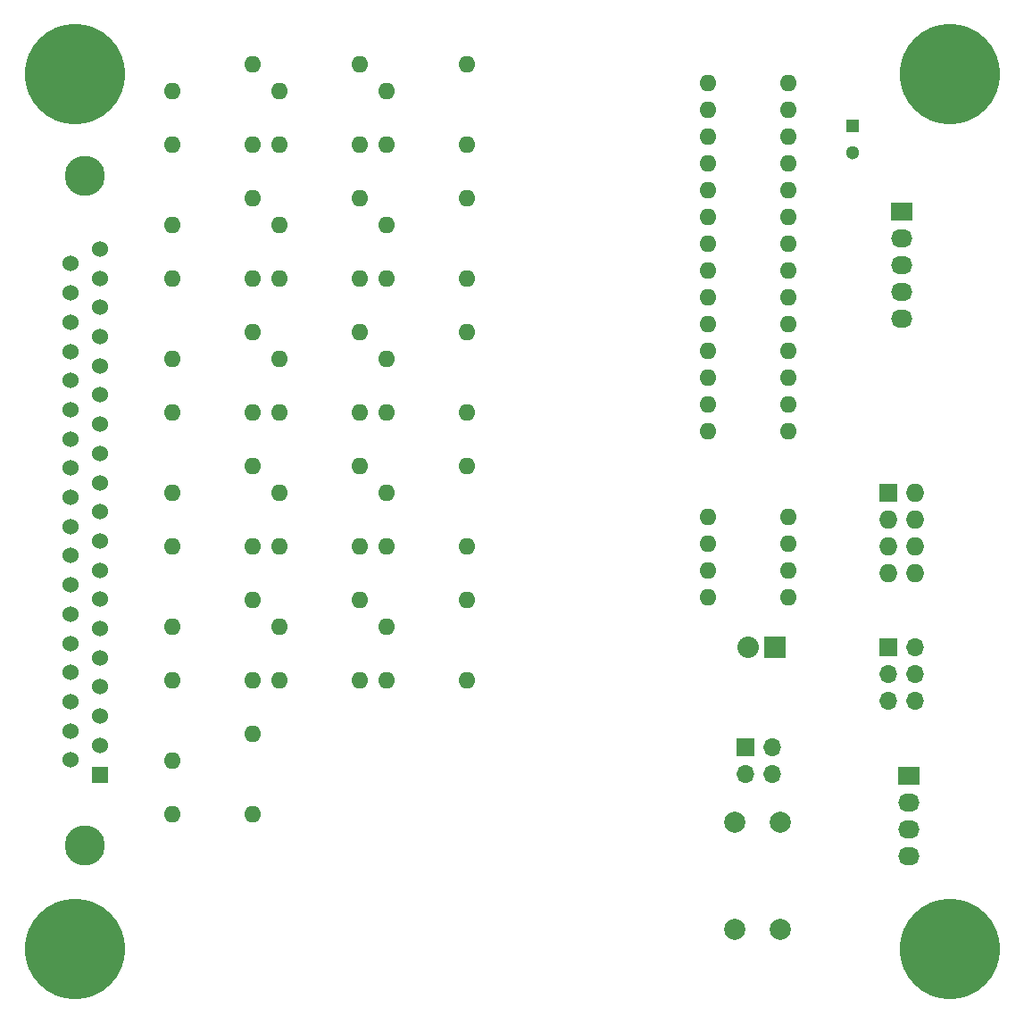
<source format=gbr>
G04 #@! TF.FileFunction,Soldermask,Bot*
%FSLAX46Y46*%
G04 Gerber Fmt 4.6, Leading zero omitted, Abs format (unit mm)*
G04 Created by KiCad (PCBNEW (after 2015-mar-04 BZR unknown)-product) date 6/8/2017 1:48:32 PM*
%MOMM*%
G01*
G04 APERTURE LIST*
%ADD10C,0.150000*%
%ADD11C,9.525000*%
%ADD12R,2.032000X2.032000*%
%ADD13O,2.032000X2.032000*%
%ADD14R,1.524000X1.524000*%
%ADD15C,1.524000*%
%ADD16C,3.810000*%
%ADD17O,1.600000X1.600000*%
%ADD18R,1.727200X1.727200*%
%ADD19O,1.727200X1.727200*%
%ADD20R,2.032000X1.727200*%
%ADD21O,2.032000X1.727200*%
%ADD22C,1.998980*%
%ADD23R,1.300000X1.300000*%
%ADD24C,1.300000*%
%ADD25R,1.700000X1.700000*%
%ADD26O,1.700000X1.700000*%
G04 APERTURE END LIST*
D10*
D11*
X6000000Y-6000000D03*
X89000000Y-6000000D03*
X6000000Y-89000000D03*
X89000000Y-89000000D03*
D12*
X72390000Y-60325000D03*
D13*
X69850000Y-60325000D03*
D14*
X8422400Y-72417400D03*
D15*
X8422400Y-69648800D03*
X8422400Y-66880200D03*
X8422400Y-64111600D03*
X8422400Y-61343000D03*
X8422400Y-58574400D03*
X8422400Y-55805800D03*
X8422400Y-53037200D03*
X8422400Y-50268600D03*
D16*
X7000000Y-79123000D03*
X7000000Y-15623000D03*
D15*
X8422400Y-47500000D03*
X8422400Y-44731400D03*
X8422400Y-41962800D03*
X8422400Y-39194200D03*
X8422400Y-36425600D03*
X8422400Y-33657000D03*
X8422400Y-30888400D03*
X8422400Y-28119800D03*
X8422400Y-25351200D03*
X8422400Y-22582600D03*
X5577600Y-71045800D03*
X5577600Y-68277200D03*
X5577600Y-65508600D03*
X5577600Y-62740000D03*
X5577600Y-59971400D03*
X5577600Y-57202800D03*
X5577600Y-54434200D03*
X5577600Y-51665600D03*
X5577600Y-48897000D03*
X5577600Y-46128400D03*
X5577600Y-43359800D03*
X5577600Y-40591200D03*
X5577600Y-37822600D03*
X5577600Y-35054000D03*
X5577600Y-32285400D03*
X5577600Y-29516800D03*
X5577600Y-26748200D03*
X5577600Y-23979600D03*
D17*
X66040000Y-6858000D03*
X66040000Y-9398000D03*
X66040000Y-11938000D03*
X66040000Y-14478000D03*
X66040000Y-17018000D03*
X66040000Y-19558000D03*
X66040000Y-22098000D03*
X66040000Y-24638000D03*
X66040000Y-27178000D03*
X66040000Y-29718000D03*
X66040000Y-32258000D03*
X66040000Y-34798000D03*
X66040000Y-37338000D03*
X66040000Y-39878000D03*
X73660000Y-39878000D03*
X73660000Y-37338000D03*
X73660000Y-34798000D03*
X73660000Y-32258000D03*
X73660000Y-29718000D03*
X73660000Y-27178000D03*
X73660000Y-24638000D03*
X73660000Y-22098000D03*
X73660000Y-19558000D03*
X73660000Y-17018000D03*
X73660000Y-14478000D03*
X73660000Y-11938000D03*
X73660000Y-9398000D03*
X73660000Y-6858000D03*
X66040000Y-48006000D03*
X66040000Y-50546000D03*
X66040000Y-53086000D03*
X66040000Y-55626000D03*
X73660000Y-55626000D03*
X73660000Y-53086000D03*
X73660000Y-50546000D03*
X73660000Y-48006000D03*
D18*
X83185000Y-45720000D03*
D19*
X85725000Y-45720000D03*
X83185000Y-48260000D03*
X85725000Y-48260000D03*
X83185000Y-50800000D03*
X85725000Y-50800000D03*
X83185000Y-53340000D03*
X85725000Y-53340000D03*
D20*
X84455000Y-19050000D03*
D21*
X84455000Y-21590000D03*
X84455000Y-24130000D03*
X84455000Y-26670000D03*
X84455000Y-29210000D03*
D22*
X68580000Y-76962000D03*
X68580000Y-87122000D03*
X72898000Y-76962000D03*
X72898000Y-87122000D03*
D20*
X85118000Y-72550000D03*
D21*
X85118000Y-75090000D03*
X85118000Y-77630000D03*
X85118000Y-80170000D03*
D23*
X79756000Y-10922000D03*
D24*
X79756000Y-13422000D03*
D25*
X83185000Y-60325000D03*
D26*
X85725000Y-60325000D03*
X83185000Y-62865000D03*
X85725000Y-62865000D03*
X83185000Y-65405000D03*
X85725000Y-65405000D03*
D25*
X69596000Y-69850000D03*
D26*
X72136000Y-69850000D03*
X69596000Y-72390000D03*
X72136000Y-72390000D03*
D17*
X22860000Y-12700000D03*
X15240000Y-7620000D03*
X15240000Y-12700000D03*
X22860000Y-5080000D03*
X33020000Y-12700000D03*
X25400000Y-7620000D03*
X25400000Y-12700000D03*
X33020000Y-5080000D03*
X43180000Y-12700000D03*
X35560000Y-7620000D03*
X35560000Y-12700000D03*
X43180000Y-5080000D03*
X22860000Y-25400000D03*
X15240000Y-20320000D03*
X15240000Y-25400000D03*
X22860000Y-17780000D03*
X33020000Y-25400000D03*
X25400000Y-20320000D03*
X25400000Y-25400000D03*
X33020000Y-17780000D03*
X43180000Y-25400000D03*
X35560000Y-20320000D03*
X35560000Y-25400000D03*
X43180000Y-17780000D03*
X22860000Y-38100000D03*
X15240000Y-33020000D03*
X15240000Y-38100000D03*
X22860000Y-30480000D03*
X33020000Y-38100000D03*
X25400000Y-33020000D03*
X25400000Y-38100000D03*
X33020000Y-30480000D03*
X43180000Y-38100000D03*
X35560000Y-33020000D03*
X35560000Y-38100000D03*
X43180000Y-30480000D03*
X22860000Y-50800000D03*
X15240000Y-45720000D03*
X15240000Y-50800000D03*
X22860000Y-43180000D03*
X33020000Y-50800000D03*
X25400000Y-45720000D03*
X25400000Y-50800000D03*
X33020000Y-43180000D03*
X43180000Y-50800000D03*
X35560000Y-45720000D03*
X35560000Y-50800000D03*
X43180000Y-43180000D03*
X22860000Y-63500000D03*
X15240000Y-58420000D03*
X15240000Y-63500000D03*
X22860000Y-55880000D03*
X33020000Y-63500000D03*
X25400000Y-58420000D03*
X25400000Y-63500000D03*
X33020000Y-55880000D03*
X43180000Y-63500000D03*
X35560000Y-58420000D03*
X35560000Y-63500000D03*
X43180000Y-55880000D03*
X22860000Y-76200000D03*
X15240000Y-71120000D03*
X15240000Y-76200000D03*
X22860000Y-68580000D03*
M02*

</source>
